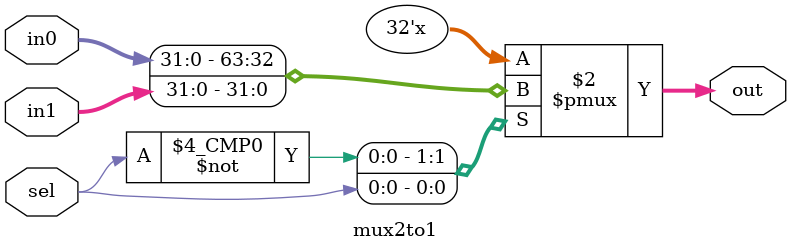
<source format=sv>
module mux2to1 (
    input  logic [31:0] in0,
    input  logic [31:0] in1,
    input  logic        sel,
    output logic [31:0] out
);

    always_comb begin
        case (sel)
            1'b0: out = in0;
            1'b1: out = in1;
            default: out = 32'b0;
        endcase
    end

endmodule

</source>
